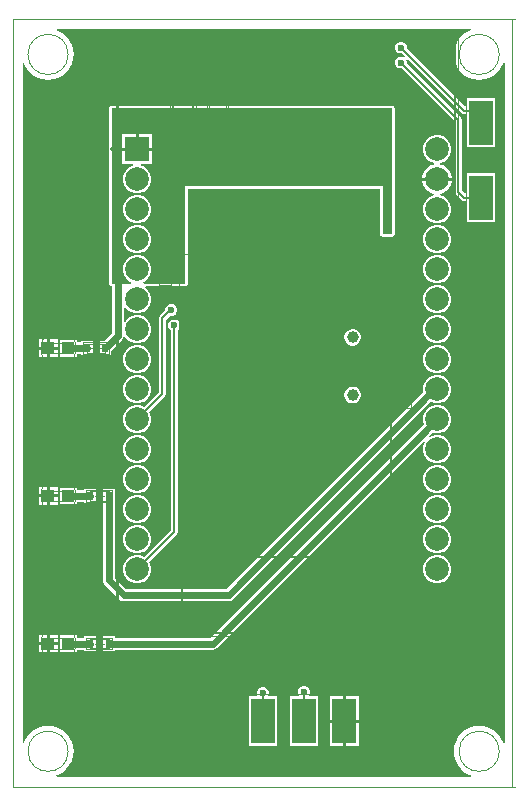
<source format=gtl>
G04*
G04 #@! TF.GenerationSoftware,Altium Limited,Altium Designer,21.0.9 (235)*
G04*
G04 Layer_Physical_Order=1*
G04 Layer_Color=255*
%FSLAX25Y25*%
%MOIN*%
G70*
G04*
G04 #@! TF.SameCoordinates,A9A079C1-7CC1-46CE-92A7-F05A66FF1BB4*
G04*
G04*
G04 #@! TF.FilePolarity,Positive*
G04*
G01*
G75*
%ADD10C,0.00787*%
%ADD12C,0.00500*%
%ADD13C,0.00050*%
%ADD14C,0.00000*%
%ADD15C,0.00394*%
%ADD16C,0.00800*%
%ADD17C,0.00400*%
%ADD18C,0.00197*%
%ADD19C,0.00201*%
%ADD20R,0.02362X0.03150*%
%ADD21R,0.07992X0.14961*%
%ADD22R,0.04331X0.03937*%
%ADD29C,0.00700*%
%ADD30C,0.02362*%
%ADD31C,0.07874*%
%ADD32C,0.03965*%
%ADD33R,0.07874X0.07874*%
%ADD34C,0.01800*%
%ADD35C,0.02362*%
G36*
X152709Y-3816D02*
X152257Y-3953D01*
X150786Y-4739D01*
X149497Y-5797D01*
X148440Y-7086D01*
X147654Y-8556D01*
X147170Y-10152D01*
X147006Y-11811D01*
X147170Y-13470D01*
X147654Y-15066D01*
X148440Y-16536D01*
X149497Y-17825D01*
X150786Y-18883D01*
X152257Y-19669D01*
X153852Y-20153D01*
X155512Y-20317D01*
X157171Y-20153D01*
X158767Y-19669D01*
X160237Y-18883D01*
X161526Y-17825D01*
X162584Y-16536D01*
X163370Y-15066D01*
X163507Y-14614D01*
X164007Y-14688D01*
X164007Y-241218D01*
X163507Y-241292D01*
X163370Y-240840D01*
X162584Y-239369D01*
X161526Y-238080D01*
X160237Y-237022D01*
X158767Y-236236D01*
X157171Y-235752D01*
X155512Y-235589D01*
X153852Y-235752D01*
X152257Y-236236D01*
X150786Y-237022D01*
X149497Y-238080D01*
X148440Y-239369D01*
X147654Y-240840D01*
X147170Y-242435D01*
X147006Y-244094D01*
X147170Y-245754D01*
X147654Y-247349D01*
X148440Y-248820D01*
X149497Y-250109D01*
X150786Y-251167D01*
X152257Y-251953D01*
X152709Y-252090D01*
X152635Y-252590D01*
X14688Y-252590D01*
X14614Y-252090D01*
X15066Y-251953D01*
X16536Y-251167D01*
X17825Y-250109D01*
X18883Y-248820D01*
X19669Y-247349D01*
X20153Y-245754D01*
X20317Y-244094D01*
X20153Y-242435D01*
X19669Y-240840D01*
X18883Y-239369D01*
X17825Y-238080D01*
X16536Y-237022D01*
X15066Y-236236D01*
X13470Y-235752D01*
X11811Y-235589D01*
X10152Y-235752D01*
X8556Y-236236D01*
X7086Y-237022D01*
X5797Y-238080D01*
X4739Y-239369D01*
X3953Y-240840D01*
X3816Y-241292D01*
X3316Y-241218D01*
X3316Y-14688D01*
X3816Y-14614D01*
X3953Y-15066D01*
X4739Y-16536D01*
X5797Y-17825D01*
X7086Y-18883D01*
X8556Y-19669D01*
X10152Y-20153D01*
X11811Y-20317D01*
X13470Y-20153D01*
X15066Y-19669D01*
X16536Y-18883D01*
X17825Y-17825D01*
X18883Y-16536D01*
X19669Y-15066D01*
X20153Y-13470D01*
X20317Y-11811D01*
X20153Y-10152D01*
X19669Y-8556D01*
X18883Y-7086D01*
X17825Y-5797D01*
X16536Y-4739D01*
X15066Y-3953D01*
X14614Y-3816D01*
X14688Y-3316D01*
X152635Y-3316D01*
X152709Y-3816D01*
D02*
G37*
%LPC*%
G36*
X129919Y-7559D02*
X129136D01*
X128413Y-7859D01*
X127859Y-8413D01*
X127559Y-9136D01*
Y-9919D01*
X127859Y-10643D01*
X128413Y-11197D01*
X129136Y-11496D01*
X129856D01*
X130675Y-12315D01*
X130391Y-12739D01*
X129892Y-12531D01*
X129108D01*
X128385Y-12831D01*
X127831Y-13385D01*
X127532Y-14108D01*
Y-14892D01*
X127831Y-15615D01*
X128385Y-16169D01*
X129108Y-16468D01*
X129829D01*
X147340Y-33980D01*
Y-57500D01*
X147429Y-57944D01*
X147680Y-58320D01*
X149680Y-60320D01*
X150056Y-60571D01*
X150500Y-60660D01*
X150500Y-60660D01*
X151216D01*
Y-67768D01*
X160784D01*
Y-51232D01*
X151216D01*
Y-57869D01*
X150716Y-58077D01*
X149660Y-57020D01*
Y-33500D01*
X149660Y-33500D01*
X149571Y-33056D01*
X149320Y-32680D01*
X131468Y-14829D01*
Y-14108D01*
X131262Y-13609D01*
X131685Y-13325D01*
X149680Y-31320D01*
X150056Y-31571D01*
X150500Y-31660D01*
X151216D01*
Y-42768D01*
X160784D01*
Y-26232D01*
X151216D01*
Y-28869D01*
X150716Y-29076D01*
X131496Y-9856D01*
Y-9136D01*
X131197Y-8413D01*
X130643Y-7859D01*
X129919Y-7559D01*
D02*
G37*
G36*
X142122Y-38693D02*
X140878D01*
X139676Y-39015D01*
X138599Y-39637D01*
X137720Y-40516D01*
X137098Y-41594D01*
X136776Y-42795D01*
Y-44039D01*
X137098Y-45241D01*
X137720Y-46318D01*
X138599Y-47198D01*
X139676Y-47820D01*
X140530Y-48048D01*
Y-48566D01*
X139594Y-48817D01*
X138469Y-49467D01*
X137549Y-50386D01*
X136899Y-51512D01*
X136563Y-52767D01*
Y-52917D01*
X146437D01*
Y-52767D01*
X146101Y-51512D01*
X145451Y-50386D01*
X144531Y-49467D01*
X143406Y-48817D01*
X142470Y-48566D01*
Y-48048D01*
X143324Y-47820D01*
X144401Y-47198D01*
X145281Y-46318D01*
X145902Y-45241D01*
X146224Y-44039D01*
Y-42795D01*
X145902Y-41594D01*
X145281Y-40516D01*
X144401Y-39637D01*
X143324Y-39015D01*
X142122Y-38693D01*
D02*
G37*
G36*
X146437Y-53917D02*
X136563D01*
Y-54067D01*
X136899Y-55323D01*
X137549Y-56449D01*
X138469Y-57368D01*
X139594Y-58018D01*
X140530Y-58269D01*
Y-58786D01*
X139676Y-59015D01*
X138599Y-59637D01*
X137720Y-60517D01*
X137098Y-61594D01*
X136776Y-62795D01*
Y-64039D01*
X137098Y-65241D01*
X137720Y-66318D01*
X138599Y-67198D01*
X139676Y-67820D01*
X140878Y-68142D01*
X142122D01*
X143324Y-67820D01*
X144401Y-67198D01*
X145281Y-66318D01*
X145902Y-65241D01*
X146224Y-64039D01*
Y-62795D01*
X145902Y-61594D01*
X145281Y-60517D01*
X144401Y-59637D01*
X143324Y-59015D01*
X142470Y-58786D01*
Y-58269D01*
X143406Y-58018D01*
X144531Y-57368D01*
X145451Y-56449D01*
X146101Y-55323D01*
X146437Y-54067D01*
Y-53917D01*
D02*
G37*
G36*
X126500Y-28894D02*
X33000D01*
X32693Y-28955D01*
X32432Y-29129D01*
X32258Y-29390D01*
X32197Y-29697D01*
Y-88197D01*
X32258Y-88504D01*
X32432Y-88765D01*
X32693Y-88939D01*
X32993Y-88998D01*
Y-104880D01*
X30476Y-107396D01*
X28984D01*
Y-109565D01*
X28946Y-109759D01*
X28984Y-109952D01*
Y-112121D01*
X32921D01*
Y-110628D01*
X36419Y-107131D01*
X36854Y-106479D01*
X36952Y-105989D01*
X37479Y-105902D01*
X37720Y-106318D01*
X38599Y-107198D01*
X39676Y-107820D01*
X40878Y-108142D01*
X42122D01*
X43324Y-107820D01*
X44401Y-107198D01*
X45281Y-106318D01*
X45902Y-105241D01*
X46224Y-104039D01*
Y-102795D01*
X45902Y-101594D01*
X45281Y-100516D01*
X44401Y-99637D01*
X43324Y-99015D01*
X42122Y-98693D01*
X40878D01*
X39676Y-99015D01*
X38599Y-99637D01*
X37720Y-100516D01*
X37507Y-100884D01*
X37007Y-100751D01*
Y-96084D01*
X37507Y-95950D01*
X37720Y-96318D01*
X38599Y-97198D01*
X39676Y-97820D01*
X40878Y-98142D01*
X42122D01*
X43324Y-97820D01*
X44401Y-97198D01*
X45281Y-96318D01*
X45902Y-95241D01*
X46224Y-94039D01*
Y-92795D01*
X45902Y-91594D01*
X45281Y-90517D01*
X44401Y-89637D01*
X44163Y-89500D01*
X44297Y-89000D01*
X57500D01*
X57807Y-88939D01*
X58068Y-88765D01*
X58242Y-88504D01*
X58303Y-88197D01*
Y-56500D01*
X122520D01*
Y-66697D01*
Y-71697D01*
X122581Y-72004D01*
X122755Y-72264D01*
X123016Y-72439D01*
X123323Y-72500D01*
X126500D01*
X126807Y-72439D01*
X127068Y-72264D01*
X127242Y-72004D01*
X127303Y-71697D01*
Y-29697D01*
X127242Y-29390D01*
X127068Y-29129D01*
X126807Y-28955D01*
X126500Y-28894D01*
D02*
G37*
G36*
X142122Y-68693D02*
X140878D01*
X139676Y-69015D01*
X138599Y-69637D01*
X137720Y-70517D01*
X137098Y-71594D01*
X136776Y-72795D01*
Y-74039D01*
X137098Y-75241D01*
X137720Y-76318D01*
X138599Y-77198D01*
X139676Y-77820D01*
X140878Y-78142D01*
X142122D01*
X143324Y-77820D01*
X144401Y-77198D01*
X145281Y-76318D01*
X145902Y-75241D01*
X146224Y-74039D01*
Y-72795D01*
X145902Y-71594D01*
X145281Y-70517D01*
X144401Y-69637D01*
X143324Y-69015D01*
X142122Y-68693D01*
D02*
G37*
G36*
Y-78693D02*
X140878D01*
X139676Y-79015D01*
X138599Y-79637D01*
X137720Y-80516D01*
X137098Y-81594D01*
X136776Y-82795D01*
Y-84039D01*
X137098Y-85241D01*
X137720Y-86318D01*
X138599Y-87198D01*
X139676Y-87820D01*
X140878Y-88142D01*
X142122D01*
X143324Y-87820D01*
X144401Y-87198D01*
X145281Y-86318D01*
X145902Y-85241D01*
X146224Y-84039D01*
Y-82795D01*
X145902Y-81594D01*
X145281Y-80516D01*
X144401Y-79637D01*
X143324Y-79015D01*
X142122Y-78693D01*
D02*
G37*
G36*
Y-88693D02*
X140878D01*
X139676Y-89015D01*
X138599Y-89637D01*
X137720Y-90517D01*
X137098Y-91594D01*
X136776Y-92795D01*
Y-94039D01*
X137098Y-95241D01*
X137720Y-96318D01*
X138599Y-97198D01*
X139676Y-97820D01*
X140878Y-98142D01*
X142122D01*
X143324Y-97820D01*
X144401Y-97198D01*
X145281Y-96318D01*
X145902Y-95241D01*
X146224Y-94039D01*
Y-92795D01*
X145902Y-91594D01*
X145281Y-90517D01*
X144401Y-89637D01*
X143324Y-89015D01*
X142122Y-88693D01*
D02*
G37*
G36*
X53311Y-95131D02*
X52528D01*
X51805Y-95431D01*
X51251Y-95985D01*
X50951Y-96709D01*
Y-97045D01*
X49003Y-98994D01*
X48751Y-99370D01*
X48663Y-99814D01*
Y-124420D01*
X43796Y-129287D01*
X43324Y-129015D01*
X42122Y-128693D01*
X40878D01*
X39676Y-129015D01*
X38599Y-129637D01*
X37720Y-130517D01*
X37098Y-131594D01*
X36776Y-132795D01*
Y-134039D01*
X37098Y-135241D01*
X37720Y-136318D01*
X38599Y-137198D01*
X39676Y-137820D01*
X40878Y-138142D01*
X42122D01*
X43324Y-137820D01*
X44401Y-137198D01*
X45281Y-136318D01*
X45902Y-135241D01*
X46224Y-134039D01*
Y-132795D01*
X45902Y-131594D01*
X45488Y-130876D01*
X50643Y-125720D01*
X50894Y-125344D01*
X50982Y-124900D01*
Y-100294D01*
X52302Y-98975D01*
X52528Y-99068D01*
X53311D01*
X54035Y-98769D01*
X54589Y-98215D01*
X54888Y-97492D01*
Y-96709D01*
X54589Y-95985D01*
X54035Y-95431D01*
X53311Y-95131D01*
D02*
G37*
G36*
X142122Y-98693D02*
X140878D01*
X139676Y-99015D01*
X138599Y-99637D01*
X137720Y-100516D01*
X137098Y-101594D01*
X136776Y-102795D01*
Y-104039D01*
X137098Y-105241D01*
X137720Y-106318D01*
X138599Y-107198D01*
X139676Y-107820D01*
X140878Y-108142D01*
X142122D01*
X143324Y-107820D01*
X144401Y-107198D01*
X145281Y-106318D01*
X145902Y-105241D01*
X146224Y-104039D01*
Y-102795D01*
X145902Y-101594D01*
X145281Y-100516D01*
X144401Y-99637D01*
X143324Y-99015D01*
X142122Y-98693D01*
D02*
G37*
G36*
X113688Y-103321D02*
X112958D01*
X112254Y-103510D01*
X111622Y-103874D01*
X111107Y-104390D01*
X110742Y-105022D01*
X110553Y-105726D01*
Y-106455D01*
X110742Y-107160D01*
X111107Y-107791D01*
X111622Y-108307D01*
X112254Y-108671D01*
X112958Y-108860D01*
X113688D01*
X114392Y-108671D01*
X115024Y-108307D01*
X115539Y-107791D01*
X115904Y-107160D01*
X116093Y-106455D01*
Y-105726D01*
X115904Y-105022D01*
X115539Y-104390D01*
X115024Y-103874D01*
X114392Y-103510D01*
X113688Y-103321D01*
D02*
G37*
G36*
X15072Y-106790D02*
X12406D01*
Y-107868D01*
X13922D01*
Y-109259D01*
X15072D01*
Y-106790D01*
D02*
G37*
G36*
X11406D02*
X8741D01*
Y-109259D01*
X11406D01*
Y-106790D01*
D02*
G37*
G36*
X21552Y-107003D02*
X15646D01*
Y-112514D01*
X21552D01*
Y-111766D01*
X22685D01*
Y-112121D01*
X26622D01*
Y-109952D01*
X26661Y-109759D01*
X26622Y-109565D01*
Y-107396D01*
X22685D01*
Y-107752D01*
X21552D01*
Y-107003D01*
D02*
G37*
G36*
X15072Y-110259D02*
X13922D01*
Y-111613D01*
X12406D01*
Y-112727D01*
X15072D01*
Y-110259D01*
D02*
G37*
G36*
X11406D02*
X8741D01*
Y-112727D01*
X11406D01*
Y-110259D01*
D02*
G37*
G36*
X142122Y-108693D02*
X140878D01*
X139676Y-109015D01*
X138599Y-109637D01*
X137720Y-110517D01*
X137098Y-111594D01*
X136776Y-112795D01*
Y-114039D01*
X137098Y-115241D01*
X137720Y-116318D01*
X138599Y-117198D01*
X139676Y-117820D01*
X140878Y-118142D01*
X142122D01*
X143324Y-117820D01*
X144401Y-117198D01*
X145281Y-116318D01*
X145902Y-115241D01*
X146224Y-114039D01*
Y-112795D01*
X145902Y-111594D01*
X145281Y-110517D01*
X144401Y-109637D01*
X143324Y-109015D01*
X142122Y-108693D01*
D02*
G37*
G36*
X42122D02*
X40878D01*
X39676Y-109015D01*
X38599Y-109637D01*
X37720Y-110517D01*
X37098Y-111594D01*
X36776Y-112795D01*
Y-114039D01*
X37098Y-115241D01*
X37720Y-116318D01*
X38599Y-117198D01*
X39676Y-117820D01*
X40878Y-118142D01*
X42122D01*
X43324Y-117820D01*
X44401Y-117198D01*
X45281Y-116318D01*
X45902Y-115241D01*
X46224Y-114039D01*
Y-112795D01*
X45902Y-111594D01*
X45281Y-110517D01*
X44401Y-109637D01*
X43324Y-109015D01*
X42122Y-108693D01*
D02*
G37*
G36*
X113688Y-122534D02*
X112958D01*
X112254Y-122722D01*
X111622Y-123087D01*
X111107Y-123602D01*
X110742Y-124234D01*
X110553Y-124938D01*
Y-125668D01*
X110742Y-126372D01*
X111107Y-127004D01*
X111622Y-127520D01*
X112254Y-127884D01*
X112958Y-128073D01*
X113688D01*
X114392Y-127884D01*
X115024Y-127520D01*
X115539Y-127004D01*
X115904Y-126372D01*
X116093Y-125668D01*
Y-124938D01*
X115904Y-124234D01*
X115539Y-123602D01*
X115024Y-123087D01*
X114392Y-122722D01*
X113688Y-122534D01*
D02*
G37*
G36*
X142122Y-118693D02*
X140878D01*
X139676Y-119015D01*
X138599Y-119637D01*
X137720Y-120517D01*
X137098Y-121594D01*
X136776Y-122795D01*
Y-124039D01*
X136849Y-124313D01*
X71147Y-190015D01*
X37853D01*
X34043Y-186204D01*
Y-158980D01*
X34004Y-158786D01*
Y-156618D01*
X30067D01*
Y-158786D01*
X30028Y-158980D01*
Y-187035D01*
X30181Y-187803D01*
X30616Y-188455D01*
X35602Y-193441D01*
X36253Y-193876D01*
X37022Y-194029D01*
X71978D01*
X72746Y-193876D01*
X73398Y-193441D01*
X139259Y-127579D01*
X139676Y-127820D01*
X140878Y-128142D01*
X142122D01*
X143324Y-127820D01*
X144401Y-127198D01*
X145281Y-126318D01*
X145902Y-125241D01*
X146224Y-124039D01*
Y-122795D01*
X145902Y-121594D01*
X145281Y-120517D01*
X144401Y-119637D01*
X143324Y-119015D01*
X142122Y-118693D01*
D02*
G37*
G36*
X42122D02*
X40878D01*
X39676Y-119015D01*
X38599Y-119637D01*
X37720Y-120517D01*
X37098Y-121594D01*
X36776Y-122795D01*
Y-124039D01*
X37098Y-125241D01*
X37720Y-126318D01*
X38599Y-127198D01*
X39676Y-127820D01*
X40878Y-128142D01*
X42122D01*
X43324Y-127820D01*
X44401Y-127198D01*
X45281Y-126318D01*
X45902Y-125241D01*
X46224Y-124039D01*
Y-122795D01*
X45902Y-121594D01*
X45281Y-120517D01*
X44401Y-119637D01*
X43324Y-119015D01*
X42122Y-118693D01*
D02*
G37*
G36*
X142122Y-128693D02*
X140878D01*
X139676Y-129015D01*
X138599Y-129637D01*
X137720Y-130517D01*
X137098Y-131594D01*
X136776Y-132795D01*
Y-134039D01*
X137043Y-135036D01*
X65902Y-206177D01*
X34004D01*
Y-205822D01*
X30067D01*
Y-207990D01*
X30028Y-208184D01*
X30067Y-208378D01*
Y-210546D01*
X34004D01*
Y-210191D01*
X66733D01*
X67502Y-210038D01*
X68153Y-209603D01*
X137010Y-140746D01*
X137410Y-141053D01*
X137098Y-141594D01*
X136776Y-142795D01*
Y-144039D01*
X137098Y-145241D01*
X137720Y-146318D01*
X138599Y-147198D01*
X139676Y-147820D01*
X140878Y-148142D01*
X142122D01*
X143324Y-147820D01*
X144401Y-147198D01*
X145281Y-146318D01*
X145902Y-145241D01*
X146224Y-144039D01*
Y-142795D01*
X145902Y-141594D01*
X145281Y-140516D01*
X144401Y-139637D01*
X143324Y-139015D01*
X142122Y-138693D01*
X140878D01*
X139676Y-139015D01*
X139136Y-139327D01*
X138829Y-138927D01*
X139881Y-137875D01*
X140878Y-138142D01*
X142122D01*
X143324Y-137820D01*
X144401Y-137198D01*
X145281Y-136318D01*
X145902Y-135241D01*
X146224Y-134039D01*
Y-132795D01*
X145902Y-131594D01*
X145281Y-130517D01*
X144401Y-129637D01*
X143324Y-129015D01*
X142122Y-128693D01*
D02*
G37*
G36*
X42122Y-138693D02*
X40878D01*
X39676Y-139015D01*
X38599Y-139637D01*
X37720Y-140516D01*
X37098Y-141594D01*
X36776Y-142795D01*
Y-144039D01*
X37098Y-145241D01*
X37720Y-146318D01*
X38599Y-147198D01*
X39676Y-147820D01*
X40878Y-148142D01*
X42122D01*
X43324Y-147820D01*
X44401Y-147198D01*
X45281Y-146318D01*
X45902Y-145241D01*
X46224Y-144039D01*
Y-142795D01*
X45902Y-141594D01*
X45281Y-140516D01*
X44401Y-139637D01*
X43324Y-139015D01*
X42122Y-138693D01*
D02*
G37*
G36*
X142122Y-148693D02*
X140878D01*
X139676Y-149015D01*
X138599Y-149637D01*
X137720Y-150516D01*
X137098Y-151594D01*
X136776Y-152795D01*
Y-154039D01*
X137098Y-155241D01*
X137720Y-156318D01*
X138599Y-157198D01*
X139676Y-157820D01*
X140878Y-158142D01*
X142122D01*
X143324Y-157820D01*
X144401Y-157198D01*
X145281Y-156318D01*
X145902Y-155241D01*
X146224Y-154039D01*
Y-152795D01*
X145902Y-151594D01*
X145281Y-150516D01*
X144401Y-149637D01*
X143324Y-149015D01*
X142122Y-148693D01*
D02*
G37*
G36*
X42122D02*
X40878D01*
X39676Y-149015D01*
X38599Y-149637D01*
X37720Y-150516D01*
X37098Y-151594D01*
X36776Y-152795D01*
Y-154039D01*
X37098Y-155241D01*
X37720Y-156318D01*
X38599Y-157198D01*
X39676Y-157820D01*
X40878Y-158142D01*
X42122D01*
X43324Y-157820D01*
X44401Y-157198D01*
X45281Y-156318D01*
X45902Y-155241D01*
X46224Y-154039D01*
Y-152795D01*
X45902Y-151594D01*
X45281Y-150516D01*
X44401Y-149637D01*
X43324Y-149015D01*
X42122Y-148693D01*
D02*
G37*
G36*
X15089Y-156003D02*
X12424D01*
Y-157081D01*
X13939D01*
Y-158471D01*
X15089D01*
Y-156003D01*
D02*
G37*
G36*
X11424D02*
X8759D01*
Y-158471D01*
X11424D01*
Y-156003D01*
D02*
G37*
G36*
X21570Y-156215D02*
X15664D01*
Y-161727D01*
X21570D01*
Y-160978D01*
X23768D01*
Y-161343D01*
X27705D01*
Y-159174D01*
X27743Y-158980D01*
Y-158971D01*
X27705Y-158777D01*
Y-156618D01*
X23768D01*
Y-156964D01*
X21570D01*
Y-156215D01*
D02*
G37*
G36*
X15089Y-159471D02*
X13939D01*
Y-160826D01*
X12424D01*
Y-161940D01*
X15089D01*
Y-159471D01*
D02*
G37*
G36*
X11424D02*
X8759D01*
Y-161940D01*
X11424D01*
Y-159471D01*
D02*
G37*
G36*
X142122Y-158693D02*
X140878D01*
X139676Y-159015D01*
X138599Y-159637D01*
X137720Y-160517D01*
X137098Y-161594D01*
X136776Y-162795D01*
Y-164039D01*
X137098Y-165241D01*
X137720Y-166318D01*
X138599Y-167198D01*
X139676Y-167820D01*
X140878Y-168142D01*
X142122D01*
X143324Y-167820D01*
X144401Y-167198D01*
X145281Y-166318D01*
X145902Y-165241D01*
X146224Y-164039D01*
Y-162795D01*
X145902Y-161594D01*
X145281Y-160517D01*
X144401Y-159637D01*
X143324Y-159015D01*
X142122Y-158693D01*
D02*
G37*
G36*
X42122D02*
X40878D01*
X39676Y-159015D01*
X38599Y-159637D01*
X37720Y-160517D01*
X37098Y-161594D01*
X36776Y-162795D01*
Y-164039D01*
X37098Y-165241D01*
X37720Y-166318D01*
X38599Y-167198D01*
X39676Y-167820D01*
X40878Y-168142D01*
X42122D01*
X43324Y-167820D01*
X44401Y-167198D01*
X45281Y-166318D01*
X45902Y-165241D01*
X46224Y-164039D01*
Y-162795D01*
X45902Y-161594D01*
X45281Y-160517D01*
X44401Y-159637D01*
X43324Y-159015D01*
X42122Y-158693D01*
D02*
G37*
G36*
X142122Y-168693D02*
X140878D01*
X139676Y-169015D01*
X138599Y-169637D01*
X137720Y-170517D01*
X137098Y-171594D01*
X136776Y-172795D01*
Y-174039D01*
X137098Y-175241D01*
X137720Y-176318D01*
X138599Y-177198D01*
X139676Y-177820D01*
X140878Y-178142D01*
X142122D01*
X143324Y-177820D01*
X144401Y-177198D01*
X145281Y-176318D01*
X145902Y-175241D01*
X146224Y-174039D01*
Y-172795D01*
X145902Y-171594D01*
X145281Y-170517D01*
X144401Y-169637D01*
X143324Y-169015D01*
X142122Y-168693D01*
D02*
G37*
G36*
X42122D02*
X40878D01*
X39676Y-169015D01*
X38599Y-169637D01*
X37720Y-170517D01*
X37098Y-171594D01*
X36776Y-172795D01*
Y-174039D01*
X37098Y-175241D01*
X37720Y-176318D01*
X38599Y-177198D01*
X39676Y-177820D01*
X40878Y-178142D01*
X42122D01*
X43324Y-177820D01*
X44401Y-177198D01*
X45281Y-176318D01*
X45902Y-175241D01*
X46224Y-174039D01*
Y-172795D01*
X45902Y-171594D01*
X45281Y-170517D01*
X44401Y-169637D01*
X43324Y-169015D01*
X42122Y-168693D01*
D02*
G37*
G36*
X54264Y-100178D02*
X53481D01*
X52758Y-100478D01*
X52204Y-101032D01*
X51904Y-101755D01*
Y-102538D01*
X52204Y-103262D01*
X52713Y-103771D01*
Y-170370D01*
X43796Y-179287D01*
X43324Y-179015D01*
X42122Y-178693D01*
X40878D01*
X39676Y-179015D01*
X38599Y-179637D01*
X37720Y-180517D01*
X37098Y-181594D01*
X36776Y-182795D01*
Y-184039D01*
X37098Y-185241D01*
X37720Y-186318D01*
X38599Y-187198D01*
X39676Y-187820D01*
X40878Y-188142D01*
X42122D01*
X43324Y-187820D01*
X44401Y-187198D01*
X45281Y-186318D01*
X45902Y-185241D01*
X46224Y-184039D01*
Y-182795D01*
X45902Y-181594D01*
X45488Y-180876D01*
X54693Y-171670D01*
X54693Y-171670D01*
X54944Y-171294D01*
X55032Y-170850D01*
Y-103771D01*
X55542Y-103262D01*
X55841Y-102538D01*
Y-101755D01*
X55542Y-101032D01*
X54988Y-100478D01*
X54264Y-100178D01*
D02*
G37*
G36*
X142122Y-178693D02*
X140878D01*
X139676Y-179015D01*
X138599Y-179637D01*
X137720Y-180517D01*
X137098Y-181594D01*
X136776Y-182795D01*
Y-184039D01*
X137098Y-185241D01*
X137720Y-186318D01*
X138599Y-187198D01*
X139676Y-187820D01*
X140878Y-188142D01*
X142122D01*
X143324Y-187820D01*
X144401Y-187198D01*
X145281Y-186318D01*
X145902Y-185241D01*
X146224Y-184039D01*
Y-182795D01*
X145902Y-181594D01*
X145281Y-180517D01*
X144401Y-179637D01*
X143324Y-179015D01*
X142122Y-178693D01*
D02*
G37*
G36*
X15082Y-205215D02*
X12417D01*
Y-206294D01*
X13932D01*
Y-207684D01*
X15082D01*
Y-205215D01*
D02*
G37*
G36*
X11417D02*
X8751D01*
Y-207684D01*
X11417D01*
Y-205215D01*
D02*
G37*
G36*
X21562Y-205428D02*
X15657D01*
Y-210940D01*
X21562D01*
Y-210191D01*
X23768D01*
Y-210546D01*
X27705D01*
Y-208378D01*
X27743Y-208184D01*
X27705Y-207990D01*
Y-205822D01*
X23768D01*
Y-206177D01*
X21562D01*
Y-205428D01*
D02*
G37*
G36*
X15082Y-208684D02*
X13932D01*
Y-210038D01*
X12417D01*
Y-211152D01*
X15082D01*
Y-208684D01*
D02*
G37*
G36*
X11417D02*
X8751D01*
Y-211152D01*
X11417D01*
Y-208684D01*
D02*
G37*
G36*
X115496Y-225520D02*
X111000D01*
Y-233500D01*
X115496D01*
Y-225520D01*
D02*
G37*
G36*
X110000D02*
X105504D01*
Y-233500D01*
X110000D01*
Y-225520D01*
D02*
G37*
G36*
X97540Y-222309D02*
X96757D01*
X96033Y-222609D01*
X95479Y-223163D01*
X95180Y-223886D01*
Y-224670D01*
X95413Y-225232D01*
X95165Y-225732D01*
X92216D01*
Y-242268D01*
X101784D01*
Y-225732D01*
X99131D01*
X98884Y-225232D01*
X99117Y-224670D01*
Y-223886D01*
X98817Y-223163D01*
X98263Y-222609D01*
X97540Y-222309D01*
D02*
G37*
G36*
X83781Y-222685D02*
X82998D01*
X82275Y-222985D01*
X81721Y-223539D01*
X81421Y-224262D01*
Y-225045D01*
X81534Y-225317D01*
X81256Y-225732D01*
X78716D01*
Y-242268D01*
X88283D01*
Y-225732D01*
X85524D01*
X85246Y-225317D01*
X85358Y-225045D01*
Y-224262D01*
X85059Y-223539D01*
X84505Y-222985D01*
X83781Y-222685D01*
D02*
G37*
G36*
X115496Y-234500D02*
X111000D01*
Y-242480D01*
X115496D01*
Y-234500D01*
D02*
G37*
G36*
X110000D02*
X105504D01*
Y-242480D01*
X110000D01*
Y-234500D01*
D02*
G37*
%LPD*%
G36*
X126500Y-71697D02*
X123323D01*
Y-66697D01*
Y-55697D01*
X57500D01*
Y-88197D01*
X43670D01*
X43536Y-87697D01*
X44401Y-87198D01*
X45281Y-86318D01*
X45902Y-85241D01*
X46224Y-84039D01*
Y-82795D01*
X45902Y-81594D01*
X45281Y-80516D01*
X44401Y-79637D01*
X43324Y-79015D01*
X42122Y-78693D01*
X40878D01*
X39676Y-79015D01*
X38599Y-79637D01*
X37720Y-80516D01*
X37098Y-81594D01*
X36776Y-82795D01*
Y-84039D01*
X37098Y-85241D01*
X37720Y-86318D01*
X38599Y-87198D01*
X39463Y-87697D01*
X39330Y-88197D01*
X33000D01*
Y-29697D01*
X126500D01*
Y-71697D01*
D02*
G37*
%LPC*%
G36*
X46437Y-38480D02*
X42000D01*
Y-42917D01*
X46437D01*
Y-38480D01*
D02*
G37*
G36*
X41000D02*
X36563D01*
Y-42917D01*
X41000D01*
Y-38480D01*
D02*
G37*
G36*
X46437Y-43917D02*
X36563D01*
Y-48354D01*
X40210D01*
X40276Y-48854D01*
X39676Y-49015D01*
X38599Y-49637D01*
X37720Y-50516D01*
X37098Y-51594D01*
X36776Y-52795D01*
Y-54039D01*
X37098Y-55241D01*
X37720Y-56318D01*
X38599Y-57198D01*
X39676Y-57820D01*
X40878Y-58142D01*
X42122D01*
X43324Y-57820D01*
X44401Y-57198D01*
X45281Y-56318D01*
X45902Y-55241D01*
X46224Y-54039D01*
Y-52795D01*
X45902Y-51594D01*
X45281Y-50516D01*
X44401Y-49637D01*
X43324Y-49015D01*
X42724Y-48854D01*
X42790Y-48354D01*
X46437D01*
Y-43917D01*
D02*
G37*
G36*
X42122Y-58693D02*
X40878D01*
X39676Y-59015D01*
X38599Y-59637D01*
X37720Y-60517D01*
X37098Y-61594D01*
X36776Y-62795D01*
Y-64039D01*
X37098Y-65241D01*
X37720Y-66318D01*
X38599Y-67198D01*
X39676Y-67820D01*
X40878Y-68142D01*
X42122D01*
X43324Y-67820D01*
X44401Y-67198D01*
X45281Y-66318D01*
X45902Y-65241D01*
X46224Y-64039D01*
Y-62795D01*
X45902Y-61594D01*
X45281Y-60517D01*
X44401Y-59637D01*
X43324Y-59015D01*
X42122Y-58693D01*
D02*
G37*
G36*
Y-68693D02*
X40878D01*
X39676Y-69015D01*
X38599Y-69637D01*
X37720Y-70517D01*
X37098Y-71594D01*
X36776Y-72795D01*
Y-74039D01*
X37098Y-75241D01*
X37720Y-76318D01*
X38599Y-77198D01*
X39676Y-77820D01*
X40878Y-78142D01*
X42122D01*
X43324Y-77820D01*
X44401Y-77198D01*
X45281Y-76318D01*
X45902Y-75241D01*
X46224Y-74039D01*
Y-72795D01*
X45902Y-71594D01*
X45281Y-70517D01*
X44401Y-69637D01*
X43324Y-69015D01*
X42122Y-68693D01*
D02*
G37*
%LPD*%
G36*
X18522Y-111612D02*
X16555D01*
Y-107868D01*
X18522D01*
Y-111612D01*
D02*
G37*
G36*
X18539Y-160825D02*
X16573D01*
Y-157081D01*
X18539D01*
Y-160825D01*
D02*
G37*
G36*
X18532Y-210037D02*
X16566D01*
Y-206294D01*
X18532D01*
Y-210037D01*
D02*
G37*
D10*
X33429Y-43417D02*
G03*
X33429Y-43417I-394J0D01*
G01*
X104383Y-79735D02*
G03*
X104383Y-79735I-394J0D01*
G01*
D12*
X103480Y-128492D02*
G03*
X113323Y-138335I9843J0D01*
G01*
D02*
G03*
X123165Y-128492I0J9843D01*
G01*
X113323Y-93059D02*
G03*
X103480Y-102902I0J-9843D01*
G01*
X123165D02*
G03*
X113323Y-93059I-9843J0D01*
G01*
X53476Y-21165D02*
X60169D01*
X53476Y-33999D02*
Y-21165D01*
Y-33999D02*
X60169D01*
Y-21165D01*
X103480Y-128492D02*
Y-102902D01*
X123165Y-128492D02*
Y-102902D01*
X35280Y-4205D02*
X78858D01*
X105280D01*
X147524D01*
X35280Y-204795D02*
Y-4205D01*
X147524Y-204795D02*
Y-4205D01*
X35280Y-204795D02*
X56421D01*
X126067D01*
X147524D01*
X56421D02*
Y-179244D01*
Y-129520D01*
X126067D01*
Y-179244D02*
Y-129520D01*
Y-204795D02*
Y-179244D01*
X56421D02*
X126067D01*
X105280Y-19520D02*
Y-4205D01*
X78858Y-19520D02*
X105280D01*
X78858D02*
Y-4205D01*
X63360Y-125030D02*
Y-79164D01*
X93281Y-125030D02*
Y-79164D01*
X63360Y-125030D02*
X93281D01*
X63360Y-79164D02*
X93281D01*
D13*
X162205Y-244094D02*
G03*
X162205Y-244094I-6693J0D01*
G01*
X18504Y-11811D02*
G03*
X18504Y-11811I-6693J0D01*
G01*
X21176Y-109759D02*
G03*
X21176Y-109759I-5906J0D01*
G01*
X162205Y-11811D02*
G03*
X162205Y-11811I-6693J0D01*
G01*
X18504Y-244094D02*
G03*
X18504Y-244094I-6693J0D01*
G01*
X21176Y-158971D02*
G03*
X21176Y-158971I-5906J0D01*
G01*
Y-208184D02*
G03*
X21176Y-208184I-5906J0D01*
G01*
X0Y-255906D02*
X167323D01*
X0Y0D02*
X167323D01*
X166323Y-255906D02*
Y0D01*
X0Y-255906D02*
Y0D01*
Y-255906D02*
Y-98425D01*
D14*
X115200Y-74400D02*
X120800D01*
Y-76900D02*
Y-74400D01*
X115200Y-76900D02*
Y-74400D01*
Y-71000D02*
X120800D01*
X115200D02*
Y-68500D01*
X120800Y-71000D02*
Y-68500D01*
X115200Y-74400D02*
Y-71000D01*
Y-68500D02*
X120800D01*
Y-74400D02*
Y-71000D01*
X115200Y-76900D02*
X120800D01*
X126523Y-109897D02*
X132123D01*
Y-112397D02*
Y-109897D01*
X126523Y-112397D02*
Y-109897D01*
Y-106497D02*
X132123D01*
X126523D02*
Y-103997D01*
X132123Y-106497D02*
Y-103997D01*
X126523Y-109897D02*
Y-106497D01*
Y-103997D02*
X132123D01*
Y-109897D02*
Y-106497D01*
X126523Y-112397D02*
X132123D01*
X126523Y-121497D02*
X132123D01*
X126523D02*
Y-118997D01*
X132123Y-121497D02*
Y-118997D01*
X126523Y-124897D02*
X132123D01*
Y-127397D02*
Y-124897D01*
X126523Y-127397D02*
Y-124897D01*
X132123D02*
Y-121497D01*
X126523Y-127397D02*
X132123D01*
X126523Y-124897D02*
Y-121497D01*
Y-118997D02*
X132123D01*
X65523Y-27997D02*
X71123D01*
X65523D02*
Y-25497D01*
X71123Y-27997D02*
Y-25497D01*
X65523Y-31397D02*
X71123D01*
Y-33897D02*
Y-31397D01*
X65523Y-33897D02*
Y-31397D01*
X71123D02*
Y-27997D01*
X65523Y-33897D02*
X71123D01*
X65523Y-31397D02*
Y-27997D01*
Y-25497D02*
X71123D01*
D15*
X24654Y-111333D02*
X30953D01*
X24654Y-108184D02*
X30953D01*
Y-111333D02*
Y-108184D01*
X24654Y-111333D02*
Y-108184D01*
X25736Y-160555D02*
X32035D01*
X25736Y-157405D02*
X32035D01*
Y-160555D02*
Y-157405D01*
X25736Y-160555D02*
Y-157405D01*
Y-209759D02*
X32035D01*
X25736Y-206609D02*
X32035D01*
Y-209759D02*
Y-206609D01*
X25736Y-209759D02*
Y-206609D01*
X49248Y-87347D02*
Y-81047D01*
X52398Y-87347D02*
Y-81047D01*
X49248D02*
X52398D01*
X49248Y-87347D02*
X52398D01*
X27803Y-111333D02*
Y-108184D01*
X26228Y-109759D02*
X29378D01*
X28886Y-160555D02*
Y-157405D01*
X27311Y-158980D02*
X30461D01*
X28886Y-209759D02*
Y-206609D01*
X27311Y-208184D02*
X30461D01*
X49248Y-84197D02*
X52398D01*
X50823Y-85772D02*
Y-82622D01*
D16*
X91273Y-76046D02*
Y-57148D01*
X78281Y-76046D02*
Y-57148D01*
X91273D01*
X93241D01*
Y-76046D02*
Y-57148D01*
X91273Y-76046D02*
X93241D01*
X78281D02*
X91273D01*
D17*
X13851Y-111408D02*
X16654D01*
X13851Y-108058D02*
X16654D01*
X13862Y-209833D02*
X16665D01*
X13862Y-206483D02*
X16665D01*
X13869Y-160621D02*
X16672D01*
X13869Y-157270D02*
X16672D01*
D18*
X102496Y-128492D02*
G03*
X113323Y-139319I10827J0D01*
G01*
D02*
G03*
X124150Y-128492I0J10827D01*
G01*
X113323Y-92075D02*
G03*
X102496Y-102902I0J-10827D01*
G01*
X124150D02*
G03*
X113323Y-92075I-10827J0D01*
G01*
X23472Y-111727D02*
X32134D01*
X23472Y-107790D02*
X32134D01*
Y-111727D02*
Y-107790D01*
X23472Y-111727D02*
Y-107790D01*
X24555Y-160949D02*
X33217D01*
X24555Y-157012D02*
X33217D01*
Y-160949D02*
Y-157012D01*
X24555Y-160949D02*
Y-157012D01*
Y-210152D02*
X33217D01*
X24555Y-206215D02*
X33217D01*
Y-210152D02*
Y-206215D01*
X24555Y-210152D02*
Y-206215D01*
X52445Y-18783D02*
X61201D01*
X52445Y-36381D02*
Y-18783D01*
Y-36381D02*
X61201D01*
Y-18783D01*
X102496Y-128492D02*
Y-102902D01*
X124150Y-128492D02*
Y-102902D01*
X151079Y-25642D02*
X160921D01*
Y-43358D02*
Y-25642D01*
X151079Y-43358D02*
X160921D01*
X151079D02*
Y-25642D01*
Y-50642D02*
X160921D01*
Y-68358D02*
Y-50642D01*
X151079Y-68358D02*
X160921D01*
X151079D02*
Y-50642D01*
X105579Y-242858D02*
X115421D01*
Y-225142D01*
X105579D02*
X115421D01*
X105579Y-242858D02*
Y-225142D01*
X92079Y-242858D02*
X101921D01*
Y-225142D01*
X92079D02*
X101921D01*
X92079Y-242858D02*
Y-225142D01*
X78579Y-242858D02*
X88421D01*
Y-225142D01*
X78579D02*
X88421D01*
X78579Y-242858D02*
Y-225142D01*
X34295Y-205780D02*
Y-3221D01*
Y-205780D02*
X148508D01*
Y-3221D01*
X34295D02*
X148508D01*
X55427Y-126014D02*
Y-78180D01*
X101214Y-126014D02*
Y-78180D01*
X55427Y-126014D02*
X101214D01*
X55427Y-78180D02*
X101214D01*
X48854Y-88528D02*
Y-79866D01*
X52791Y-88528D02*
Y-79866D01*
X48854D02*
X52791D01*
X48854Y-88528D02*
X52791D01*
D19*
X114496Y-66086D02*
X121622D01*
X114496Y-79275D02*
X121622D01*
X114496D02*
Y-66086D01*
X121622Y-79275D02*
Y-66086D01*
X125819Y-101583D02*
X132945D01*
X125819Y-114772D02*
X132945D01*
X125819D02*
Y-101583D01*
X132945Y-114772D02*
Y-101583D01*
X125701Y-129811D02*
X132827D01*
X125701Y-116622D02*
X132827D01*
Y-129811D02*
Y-116622D01*
X125701Y-129811D02*
Y-116622D01*
X64701Y-36311D02*
X71827D01*
X64701Y-23122D02*
X71827D01*
Y-36311D02*
Y-23122D01*
X64701Y-36311D02*
Y-23122D01*
D20*
X24654Y-109759D02*
D03*
X30953D02*
D03*
X25736Y-158980D02*
D03*
X32035D02*
D03*
X25736Y-208184D02*
D03*
X32035D02*
D03*
D21*
X156000Y-34500D02*
D03*
Y-59500D02*
D03*
X110500Y-234000D02*
D03*
X97000D02*
D03*
X83500D02*
D03*
D22*
X18599Y-109759D02*
D03*
X11906D02*
D03*
X18610Y-208184D02*
D03*
X11917D02*
D03*
X18617Y-158971D02*
D03*
X11924D02*
D03*
D29*
X53873Y-170850D02*
Y-102147D01*
X41450Y-183273D02*
X53873Y-170850D01*
X49823Y-124900D02*
Y-99814D01*
X52536Y-97100D02*
X52920D01*
X49823Y-99814D02*
X52536Y-97100D01*
X41450Y-133273D02*
X49823Y-124900D01*
X83390Y-233890D02*
X83500Y-234000D01*
X83390Y-233890D02*
Y-224654D01*
X97148Y-233852D02*
Y-224278D01*
X97000Y-234000D02*
X97148Y-233852D01*
X129528Y-9528D02*
X150500Y-30500D01*
X129500Y-14500D02*
X148500Y-33500D01*
X152354Y-30500D02*
X156000Y-34146D01*
Y-34500D02*
Y-34146D01*
X150500Y-30500D02*
X152354D01*
X148500Y-57500D02*
Y-33500D01*
Y-57500D02*
X150500Y-59500D01*
X156000D01*
D30*
X66733Y-208184D02*
X141500Y-133417D01*
X32035Y-208184D02*
X66733D01*
X140583Y-123417D02*
X141500D01*
X71978Y-192022D02*
X140583Y-123417D01*
X32035Y-187035D02*
X37022Y-192022D01*
X71978D01*
X32035Y-187035D02*
Y-158980D01*
X35000Y-105711D02*
Y-83114D01*
X30953Y-109759D02*
X35000Y-105711D01*
X18617Y-109759D02*
X24654D01*
X18617Y-208184D02*
X25736D01*
Y-158980D02*
Y-158971D01*
X18617D02*
X25736D01*
D31*
X141500Y-123417D02*
D03*
Y-133417D02*
D03*
X41500Y-53417D02*
D03*
Y-63417D02*
D03*
Y-73417D02*
D03*
Y-83417D02*
D03*
Y-93417D02*
D03*
Y-103417D02*
D03*
Y-113417D02*
D03*
Y-123417D02*
D03*
Y-133417D02*
D03*
Y-143417D02*
D03*
Y-153417D02*
D03*
Y-163417D02*
D03*
Y-173417D02*
D03*
Y-183417D02*
D03*
X141500Y-43417D02*
D03*
Y-53417D02*
D03*
Y-63417D02*
D03*
Y-73417D02*
D03*
Y-83417D02*
D03*
Y-93417D02*
D03*
Y-103417D02*
D03*
Y-113417D02*
D03*
Y-143417D02*
D03*
Y-153417D02*
D03*
Y-163417D02*
D03*
Y-173417D02*
D03*
Y-183417D02*
D03*
D32*
X113323Y-106091D02*
D03*
Y-125303D02*
D03*
D33*
X41500Y-43417D02*
D03*
D34*
X161466Y-25356D02*
D03*
Y-45356D02*
D03*
X158966Y-70356D02*
D03*
X161466Y-75356D02*
D03*
X158966Y-80356D02*
D03*
X161466Y-85356D02*
D03*
X158966Y-90356D02*
D03*
X161466Y-95356D02*
D03*
X158966Y-100356D02*
D03*
X161466Y-105356D02*
D03*
X158966Y-110356D02*
D03*
X161466Y-115356D02*
D03*
X158966Y-120356D02*
D03*
X161466Y-125356D02*
D03*
X158966Y-130356D02*
D03*
X161466Y-135356D02*
D03*
X158966Y-140356D02*
D03*
X161466Y-145356D02*
D03*
X158966Y-150356D02*
D03*
X161466Y-155356D02*
D03*
X158966Y-160356D02*
D03*
X161466Y-165356D02*
D03*
X158966Y-170356D02*
D03*
X161466Y-175356D02*
D03*
X158966Y-180356D02*
D03*
X161466Y-185356D02*
D03*
X158966Y-190356D02*
D03*
X161466Y-195356D02*
D03*
X158966Y-200356D02*
D03*
X161466Y-205356D02*
D03*
X158966Y-210356D02*
D03*
X161466Y-215356D02*
D03*
X158966Y-220356D02*
D03*
X161466Y-225356D02*
D03*
X158966Y-230356D02*
D03*
X161466Y-235356D02*
D03*
X156466Y-45356D02*
D03*
X153966Y-70356D02*
D03*
X156466Y-75356D02*
D03*
X153966Y-80356D02*
D03*
X156466Y-85356D02*
D03*
X153966Y-90356D02*
D03*
X156466Y-95356D02*
D03*
X153966Y-100356D02*
D03*
X156466Y-105356D02*
D03*
X153966Y-110356D02*
D03*
X156466Y-115356D02*
D03*
X153966Y-120356D02*
D03*
X156466Y-125356D02*
D03*
X153966Y-130356D02*
D03*
X156466Y-135356D02*
D03*
X153966Y-140356D02*
D03*
X156466Y-145356D02*
D03*
X153966Y-150356D02*
D03*
X156466Y-155356D02*
D03*
X153966Y-160356D02*
D03*
X156466Y-165356D02*
D03*
X153966Y-170356D02*
D03*
X156466Y-175356D02*
D03*
X153966Y-180356D02*
D03*
X156466Y-185356D02*
D03*
X153966Y-190356D02*
D03*
X156466Y-195356D02*
D03*
X153966Y-200356D02*
D03*
X156466Y-205356D02*
D03*
X153966Y-210356D02*
D03*
X156466Y-215356D02*
D03*
X153966Y-220356D02*
D03*
X156466Y-225356D02*
D03*
X153966Y-230356D02*
D03*
X148966Y-20356D02*
D03*
X151466Y-45356D02*
D03*
X148966Y-70356D02*
D03*
X151466Y-75356D02*
D03*
X148966Y-80356D02*
D03*
X151466Y-85356D02*
D03*
X148966Y-90356D02*
D03*
X151466Y-95356D02*
D03*
X148966Y-100356D02*
D03*
X151466Y-105356D02*
D03*
X148966Y-110356D02*
D03*
X151466Y-115356D02*
D03*
X148966Y-120356D02*
D03*
X151466Y-125356D02*
D03*
X148966Y-130356D02*
D03*
X151466Y-135356D02*
D03*
X148966Y-140356D02*
D03*
X151466Y-145356D02*
D03*
X148966Y-150356D02*
D03*
X151466Y-155356D02*
D03*
X148966Y-160356D02*
D03*
X151466Y-165356D02*
D03*
X148966Y-170356D02*
D03*
X151466Y-175356D02*
D03*
X148966Y-180356D02*
D03*
X151466Y-185356D02*
D03*
X148966Y-190356D02*
D03*
X151466Y-195356D02*
D03*
X148966Y-200356D02*
D03*
X151466Y-205356D02*
D03*
X148966Y-210356D02*
D03*
X151466Y-215356D02*
D03*
X148966Y-220356D02*
D03*
X151466Y-225356D02*
D03*
X148966Y-230356D02*
D03*
X151466Y-235356D02*
D03*
X146466Y-5356D02*
D03*
X143966Y-10356D02*
D03*
X146466Y-15356D02*
D03*
X143966Y-20356D02*
D03*
Y-190356D02*
D03*
X146466Y-195356D02*
D03*
X143966Y-200356D02*
D03*
X146466Y-205356D02*
D03*
X143966Y-210356D02*
D03*
X146466Y-215356D02*
D03*
X143966Y-220356D02*
D03*
X146466Y-225356D02*
D03*
X143966Y-230356D02*
D03*
X146466Y-235356D02*
D03*
X143966Y-240356D02*
D03*
Y-250356D02*
D03*
X141466Y-5356D02*
D03*
X138966Y-10356D02*
D03*
X141466Y-15356D02*
D03*
X138966Y-30356D02*
D03*
X141466Y-35356D02*
D03*
X138966Y-190356D02*
D03*
X141466Y-195356D02*
D03*
X138966Y-200356D02*
D03*
X141466Y-205356D02*
D03*
X138966Y-210356D02*
D03*
X141466Y-215356D02*
D03*
X138966Y-220356D02*
D03*
X141466Y-225356D02*
D03*
X138966Y-230356D02*
D03*
X141466Y-235356D02*
D03*
X138966Y-240356D02*
D03*
X141466Y-245356D02*
D03*
X138966Y-250356D02*
D03*
X136466Y-5356D02*
D03*
X133966Y-10356D02*
D03*
X136466Y-25356D02*
D03*
X133966Y-30356D02*
D03*
X136466Y-35356D02*
D03*
X133966Y-40356D02*
D03*
Y-50356D02*
D03*
Y-60356D02*
D03*
Y-70356D02*
D03*
Y-80356D02*
D03*
Y-90356D02*
D03*
Y-100356D02*
D03*
Y-150356D02*
D03*
Y-160356D02*
D03*
Y-170356D02*
D03*
Y-180356D02*
D03*
Y-190356D02*
D03*
X136466Y-195356D02*
D03*
X133966Y-200356D02*
D03*
X136466Y-205356D02*
D03*
X133966Y-210356D02*
D03*
X136466Y-215356D02*
D03*
X133966Y-220356D02*
D03*
X136466Y-225356D02*
D03*
X133966Y-230356D02*
D03*
X136466Y-235356D02*
D03*
X133966Y-240356D02*
D03*
X136466Y-245356D02*
D03*
X133966Y-250356D02*
D03*
X131466Y-5356D02*
D03*
X128966Y-20356D02*
D03*
X131466Y-25356D02*
D03*
X128966Y-30356D02*
D03*
X131466Y-35356D02*
D03*
X128966Y-40356D02*
D03*
X131466Y-45356D02*
D03*
X128966Y-50356D02*
D03*
X131466Y-55356D02*
D03*
X128966Y-60356D02*
D03*
X131466Y-65356D02*
D03*
X128966Y-70356D02*
D03*
X131466Y-75356D02*
D03*
X128966Y-80356D02*
D03*
X131466Y-85356D02*
D03*
X128966Y-90356D02*
D03*
X131466Y-95356D02*
D03*
X128966Y-100356D02*
D03*
Y-140356D02*
D03*
Y-150356D02*
D03*
X131466Y-155356D02*
D03*
X128966Y-160356D02*
D03*
X131466Y-165356D02*
D03*
X128966Y-170356D02*
D03*
X131466Y-175356D02*
D03*
X128966Y-180356D02*
D03*
X131466Y-185356D02*
D03*
X128966Y-190356D02*
D03*
X131466Y-195356D02*
D03*
X128966Y-200356D02*
D03*
X131466Y-205356D02*
D03*
X128966Y-210356D02*
D03*
X131466Y-215356D02*
D03*
X128966Y-220356D02*
D03*
X131466Y-225356D02*
D03*
X128966Y-230356D02*
D03*
X131466Y-235356D02*
D03*
X128966Y-240356D02*
D03*
X131466Y-245356D02*
D03*
X128966Y-250356D02*
D03*
X126466Y-5356D02*
D03*
X123966Y-20356D02*
D03*
X126466Y-25356D02*
D03*
Y-75356D02*
D03*
X123966Y-80356D02*
D03*
X126466Y-85356D02*
D03*
X123966Y-90356D02*
D03*
X126466Y-95356D02*
D03*
X123966Y-100356D02*
D03*
Y-110356D02*
D03*
Y-120356D02*
D03*
Y-130356D02*
D03*
X126466Y-155356D02*
D03*
X123966Y-160356D02*
D03*
X126466Y-165356D02*
D03*
X123966Y-170356D02*
D03*
X126466Y-175356D02*
D03*
X123966Y-180356D02*
D03*
X126466Y-185356D02*
D03*
X123966Y-190356D02*
D03*
X126466Y-195356D02*
D03*
X123966Y-200356D02*
D03*
X126466Y-205356D02*
D03*
X123966Y-210356D02*
D03*
X126466Y-215356D02*
D03*
X123966Y-220356D02*
D03*
X126466Y-225356D02*
D03*
X123966Y-230356D02*
D03*
X126466Y-235356D02*
D03*
X123966Y-240356D02*
D03*
X126466Y-245356D02*
D03*
X123966Y-250356D02*
D03*
X121466Y-5356D02*
D03*
X118966Y-20356D02*
D03*
X121466Y-25356D02*
D03*
X118966Y-80356D02*
D03*
X121466Y-85356D02*
D03*
X118966Y-90356D02*
D03*
X121466Y-95356D02*
D03*
X118966Y-100356D02*
D03*
Y-110356D02*
D03*
X121466Y-115356D02*
D03*
X118966Y-120356D02*
D03*
Y-130356D02*
D03*
X121466Y-135356D02*
D03*
X118966Y-140356D02*
D03*
Y-150356D02*
D03*
Y-160356D02*
D03*
X121466Y-165356D02*
D03*
X118966Y-170356D02*
D03*
X121466Y-175356D02*
D03*
X118966Y-180356D02*
D03*
X121466Y-185356D02*
D03*
X118966Y-190356D02*
D03*
X121466Y-195356D02*
D03*
X118966Y-200356D02*
D03*
X121466Y-205356D02*
D03*
X118966Y-210356D02*
D03*
X121466Y-215356D02*
D03*
X118966Y-220356D02*
D03*
X121466Y-225356D02*
D03*
X118966Y-230356D02*
D03*
X121466Y-235356D02*
D03*
X118966Y-240356D02*
D03*
X121466Y-245356D02*
D03*
X118966Y-250356D02*
D03*
X116466Y-5356D02*
D03*
X113966Y-20356D02*
D03*
X116466Y-25356D02*
D03*
X113966Y-80356D02*
D03*
X116466Y-85356D02*
D03*
X113966Y-90356D02*
D03*
X116466Y-95356D02*
D03*
X113966Y-100356D02*
D03*
Y-110356D02*
D03*
X116466Y-115356D02*
D03*
X113966Y-120356D02*
D03*
Y-130356D02*
D03*
X116466Y-135356D02*
D03*
X113966Y-140356D02*
D03*
X116466Y-165356D02*
D03*
X113966Y-170356D02*
D03*
X116466Y-175356D02*
D03*
X113966Y-180356D02*
D03*
X116466Y-185356D02*
D03*
X113966Y-190356D02*
D03*
X116466Y-195356D02*
D03*
X113966Y-200356D02*
D03*
X116466Y-205356D02*
D03*
X113966Y-210356D02*
D03*
X116466Y-215356D02*
D03*
X113966Y-220356D02*
D03*
X116466Y-225356D02*
D03*
Y-235356D02*
D03*
Y-245356D02*
D03*
X113966Y-250356D02*
D03*
X111466Y-5356D02*
D03*
X108966Y-20356D02*
D03*
X111466Y-25356D02*
D03*
Y-75356D02*
D03*
Y-85356D02*
D03*
X108966Y-90356D02*
D03*
X111466Y-95356D02*
D03*
X108966Y-100356D02*
D03*
X111466Y-115356D02*
D03*
X108966Y-130356D02*
D03*
X111466Y-135356D02*
D03*
X108966Y-140356D02*
D03*
X111466Y-145356D02*
D03*
X108966Y-150356D02*
D03*
Y-160356D02*
D03*
Y-170356D02*
D03*
X111466Y-175356D02*
D03*
X108966Y-180356D02*
D03*
X111466Y-185356D02*
D03*
X108966Y-190356D02*
D03*
X111466Y-195356D02*
D03*
X108966Y-200356D02*
D03*
X111466Y-205356D02*
D03*
X108966Y-210356D02*
D03*
X111466Y-215356D02*
D03*
X108966Y-220356D02*
D03*
X111466Y-245356D02*
D03*
X108966Y-250356D02*
D03*
X106466Y-5356D02*
D03*
X103966Y-20356D02*
D03*
X106466Y-25356D02*
D03*
X103966Y-60356D02*
D03*
Y-90356D02*
D03*
X106466Y-95356D02*
D03*
X103966Y-100356D02*
D03*
X106466Y-105356D02*
D03*
Y-115356D02*
D03*
X103966Y-120356D02*
D03*
X106466Y-125356D02*
D03*
X103966Y-130356D02*
D03*
X106466Y-135356D02*
D03*
X103966Y-140356D02*
D03*
X106466Y-145356D02*
D03*
X103966Y-150356D02*
D03*
X106466Y-175356D02*
D03*
X103966Y-180356D02*
D03*
X106466Y-185356D02*
D03*
X103966Y-190356D02*
D03*
X106466Y-195356D02*
D03*
X103966Y-200356D02*
D03*
X106466Y-205356D02*
D03*
X103966Y-210356D02*
D03*
X106466Y-215356D02*
D03*
X103966Y-220356D02*
D03*
Y-230356D02*
D03*
Y-240356D02*
D03*
X106466Y-245356D02*
D03*
X103966Y-250356D02*
D03*
X101466Y-5356D02*
D03*
X98966Y-20356D02*
D03*
X101466Y-25356D02*
D03*
Y-125356D02*
D03*
X98966Y-130356D02*
D03*
X101466Y-135356D02*
D03*
X98966Y-140356D02*
D03*
X101466Y-145356D02*
D03*
X98966Y-150356D02*
D03*
X101466Y-155356D02*
D03*
X98966Y-160356D02*
D03*
Y-170356D02*
D03*
Y-180356D02*
D03*
X101466Y-185356D02*
D03*
X98966Y-190356D02*
D03*
X101466Y-195356D02*
D03*
X98966Y-200356D02*
D03*
X101466Y-205356D02*
D03*
X98966Y-210356D02*
D03*
X101466Y-215356D02*
D03*
X98966Y-220356D02*
D03*
X101466Y-245356D02*
D03*
X98966Y-250356D02*
D03*
X96466Y-5356D02*
D03*
X93966Y-20356D02*
D03*
X96466Y-25356D02*
D03*
Y-125356D02*
D03*
X93966Y-130356D02*
D03*
X96466Y-135356D02*
D03*
X93966Y-140356D02*
D03*
X96466Y-145356D02*
D03*
X93966Y-150356D02*
D03*
X96466Y-155356D02*
D03*
X93966Y-160356D02*
D03*
X96466Y-185356D02*
D03*
X93966Y-190356D02*
D03*
X96466Y-195356D02*
D03*
X93966Y-200356D02*
D03*
X96466Y-205356D02*
D03*
X93966Y-210356D02*
D03*
X96466Y-215356D02*
D03*
Y-245356D02*
D03*
X93966Y-250356D02*
D03*
X91466Y-5356D02*
D03*
X88966Y-20356D02*
D03*
X91466Y-25356D02*
D03*
X88966Y-70356D02*
D03*
X91466Y-75356D02*
D03*
X88966Y-90356D02*
D03*
Y-100356D02*
D03*
Y-110356D02*
D03*
Y-120356D02*
D03*
X91466Y-125356D02*
D03*
X88966Y-130356D02*
D03*
X91466Y-135356D02*
D03*
X88966Y-140356D02*
D03*
X91466Y-145356D02*
D03*
X88966Y-150356D02*
D03*
X91466Y-155356D02*
D03*
X88966Y-160356D02*
D03*
X91466Y-165356D02*
D03*
X88966Y-170356D02*
D03*
Y-180356D02*
D03*
Y-190356D02*
D03*
X91466Y-195356D02*
D03*
X88966Y-200356D02*
D03*
X91466Y-205356D02*
D03*
X88966Y-210356D02*
D03*
X91466Y-215356D02*
D03*
X88966Y-220356D02*
D03*
X91466Y-245356D02*
D03*
X88966Y-250356D02*
D03*
X86466Y-5356D02*
D03*
X83966Y-20356D02*
D03*
X86466Y-25356D02*
D03*
X83966Y-60356D02*
D03*
Y-70356D02*
D03*
Y-80356D02*
D03*
X86466Y-85356D02*
D03*
X83966Y-90356D02*
D03*
X86466Y-95356D02*
D03*
X83966Y-100356D02*
D03*
X86466Y-105356D02*
D03*
X83966Y-110356D02*
D03*
X86466Y-115356D02*
D03*
X83966Y-120356D02*
D03*
X86466Y-125356D02*
D03*
X83966Y-130356D02*
D03*
X86466Y-135356D02*
D03*
X83966Y-140356D02*
D03*
X86466Y-145356D02*
D03*
X83966Y-150356D02*
D03*
X86466Y-155356D02*
D03*
X83966Y-160356D02*
D03*
X86466Y-165356D02*
D03*
X83966Y-170356D02*
D03*
X86466Y-195356D02*
D03*
X83966Y-200356D02*
D03*
X86466Y-205356D02*
D03*
X83966Y-220356D02*
D03*
X86466Y-245356D02*
D03*
X83966Y-250356D02*
D03*
X81466Y-5356D02*
D03*
X78966Y-20356D02*
D03*
X81466Y-25356D02*
D03*
Y-65356D02*
D03*
X78966Y-80356D02*
D03*
Y-90356D02*
D03*
Y-100356D02*
D03*
Y-110356D02*
D03*
Y-120356D02*
D03*
Y-130356D02*
D03*
Y-140356D02*
D03*
Y-150356D02*
D03*
Y-160356D02*
D03*
Y-170356D02*
D03*
Y-180356D02*
D03*
Y-190356D02*
D03*
Y-200356D02*
D03*
Y-210356D02*
D03*
X81466Y-215356D02*
D03*
Y-245356D02*
D03*
X78966Y-250356D02*
D03*
X76466Y-5356D02*
D03*
X73966Y-20356D02*
D03*
X76466Y-25356D02*
D03*
X73966Y-80356D02*
D03*
X76466Y-85356D02*
D03*
X73966Y-90356D02*
D03*
X76466Y-95356D02*
D03*
X73966Y-100356D02*
D03*
X76466Y-105356D02*
D03*
X73966Y-110356D02*
D03*
X76466Y-115356D02*
D03*
X73966Y-120356D02*
D03*
X76466Y-125356D02*
D03*
X73966Y-130356D02*
D03*
X76466Y-135356D02*
D03*
X73966Y-140356D02*
D03*
X76466Y-145356D02*
D03*
X73966Y-150356D02*
D03*
X76466Y-155356D02*
D03*
X73966Y-160356D02*
D03*
X76466Y-165356D02*
D03*
X73966Y-170356D02*
D03*
X76466Y-175356D02*
D03*
X73966Y-180356D02*
D03*
X76466Y-205356D02*
D03*
X73966Y-210356D02*
D03*
Y-220356D02*
D03*
X76466Y-225356D02*
D03*
X73966Y-230356D02*
D03*
X76466Y-235356D02*
D03*
X73966Y-240356D02*
D03*
X76466Y-245356D02*
D03*
X73966Y-250356D02*
D03*
X71466Y-5356D02*
D03*
X68966Y-20356D02*
D03*
Y-60356D02*
D03*
X71466Y-85356D02*
D03*
Y-95356D02*
D03*
Y-105356D02*
D03*
Y-115356D02*
D03*
Y-125356D02*
D03*
Y-135356D02*
D03*
Y-145356D02*
D03*
Y-155356D02*
D03*
Y-165356D02*
D03*
Y-175356D02*
D03*
Y-185356D02*
D03*
Y-195356D02*
D03*
X68966Y-220356D02*
D03*
X71466Y-225356D02*
D03*
X68966Y-230356D02*
D03*
X71466Y-235356D02*
D03*
X68966Y-240356D02*
D03*
X71466Y-245356D02*
D03*
X68966Y-250356D02*
D03*
X66466Y-5356D02*
D03*
X63966Y-20356D02*
D03*
Y-60356D02*
D03*
X66466Y-65356D02*
D03*
X63966Y-70356D02*
D03*
Y-130356D02*
D03*
Y-140356D02*
D03*
Y-150356D02*
D03*
Y-160356D02*
D03*
Y-170356D02*
D03*
Y-180356D02*
D03*
Y-200356D02*
D03*
X66466Y-215356D02*
D03*
X63966Y-220356D02*
D03*
X66466Y-225356D02*
D03*
X63966Y-230356D02*
D03*
X66466Y-235356D02*
D03*
X63966Y-240356D02*
D03*
X66466Y-245356D02*
D03*
X63966Y-250356D02*
D03*
X61466Y-5356D02*
D03*
Y-65356D02*
D03*
Y-75356D02*
D03*
Y-125356D02*
D03*
X58966Y-130356D02*
D03*
X61466Y-135356D02*
D03*
X58966Y-140356D02*
D03*
X61466Y-145356D02*
D03*
X58966Y-150356D02*
D03*
X61466Y-155356D02*
D03*
X58966Y-160356D02*
D03*
X61466Y-165356D02*
D03*
X58966Y-170356D02*
D03*
X61466Y-175356D02*
D03*
X58966Y-180356D02*
D03*
X61466Y-185356D02*
D03*
Y-195356D02*
D03*
X58966Y-200356D02*
D03*
X61466Y-215356D02*
D03*
X58966Y-220356D02*
D03*
X61466Y-225356D02*
D03*
X58966Y-230356D02*
D03*
X61466Y-235356D02*
D03*
X58966Y-240356D02*
D03*
X61466Y-245356D02*
D03*
X58966Y-250356D02*
D03*
X56466Y-5356D02*
D03*
Y-125356D02*
D03*
Y-135356D02*
D03*
Y-145356D02*
D03*
Y-155356D02*
D03*
Y-165356D02*
D03*
Y-175356D02*
D03*
X53966Y-180356D02*
D03*
X56466Y-185356D02*
D03*
Y-195356D02*
D03*
X53966Y-200356D02*
D03*
X56466Y-215356D02*
D03*
X53966Y-220356D02*
D03*
X56466Y-225356D02*
D03*
X53966Y-230356D02*
D03*
X56466Y-235356D02*
D03*
X53966Y-240356D02*
D03*
X56466Y-245356D02*
D03*
X53966Y-250356D02*
D03*
X51466Y-5356D02*
D03*
X48966Y-20356D02*
D03*
X51466Y-25356D02*
D03*
X48966Y-90356D02*
D03*
Y-130356D02*
D03*
X51466Y-135356D02*
D03*
X48966Y-140356D02*
D03*
X51466Y-145356D02*
D03*
X48966Y-150356D02*
D03*
X51466Y-155356D02*
D03*
X48966Y-160356D02*
D03*
X51466Y-165356D02*
D03*
X48966Y-170356D02*
D03*
Y-180356D02*
D03*
X51466Y-185356D02*
D03*
Y-195356D02*
D03*
X48966Y-200356D02*
D03*
X51466Y-215356D02*
D03*
X48966Y-220356D02*
D03*
X51466Y-225356D02*
D03*
X48966Y-230356D02*
D03*
X51466Y-235356D02*
D03*
X48966Y-240356D02*
D03*
X51466Y-245356D02*
D03*
X48966Y-250356D02*
D03*
X46466Y-5356D02*
D03*
X43966Y-20356D02*
D03*
X46466Y-25356D02*
D03*
Y-195356D02*
D03*
X43966Y-200356D02*
D03*
X46466Y-215356D02*
D03*
X43966Y-220356D02*
D03*
X46466Y-225356D02*
D03*
X43966Y-230356D02*
D03*
X46466Y-235356D02*
D03*
X43966Y-240356D02*
D03*
X46466Y-245356D02*
D03*
X43966Y-250356D02*
D03*
X41466Y-5356D02*
D03*
X38966Y-20356D02*
D03*
X41466Y-25356D02*
D03*
Y-195356D02*
D03*
X38966Y-200356D02*
D03*
X41466Y-215356D02*
D03*
X38966Y-220356D02*
D03*
X41466Y-225356D02*
D03*
X38966Y-230356D02*
D03*
X41466Y-235356D02*
D03*
X38966Y-240356D02*
D03*
X41466Y-245356D02*
D03*
X38966Y-250356D02*
D03*
X36466Y-5356D02*
D03*
Y-25356D02*
D03*
X33966Y-120356D02*
D03*
Y-130356D02*
D03*
Y-140356D02*
D03*
Y-150356D02*
D03*
X36466Y-195356D02*
D03*
X33966Y-200356D02*
D03*
X36466Y-215356D02*
D03*
X33966Y-220356D02*
D03*
X36466Y-225356D02*
D03*
X33966Y-230356D02*
D03*
X36466Y-235356D02*
D03*
X33966Y-240356D02*
D03*
X36466Y-245356D02*
D03*
X33966Y-250356D02*
D03*
X31466Y-5356D02*
D03*
X28966Y-10356D02*
D03*
Y-140356D02*
D03*
X31466Y-145356D02*
D03*
X28966Y-150356D02*
D03*
X31466Y-155356D02*
D03*
X28966Y-170356D02*
D03*
Y-180356D02*
D03*
Y-190356D02*
D03*
X31466Y-195356D02*
D03*
X28966Y-200356D02*
D03*
Y-210356D02*
D03*
X31466Y-215356D02*
D03*
X28966Y-220356D02*
D03*
X31466Y-225356D02*
D03*
X28966Y-230356D02*
D03*
X31466Y-235356D02*
D03*
X28966Y-240356D02*
D03*
X31466Y-245356D02*
D03*
X28966Y-250356D02*
D03*
X26466Y-5356D02*
D03*
X23966Y-10356D02*
D03*
X26466Y-15356D02*
D03*
Y-165356D02*
D03*
X23966Y-170356D02*
D03*
X26466Y-175356D02*
D03*
X23966Y-180356D02*
D03*
X26466Y-185356D02*
D03*
X23966Y-190356D02*
D03*
X26466Y-195356D02*
D03*
X23966Y-200356D02*
D03*
X26466Y-215356D02*
D03*
X23966Y-220356D02*
D03*
X26466Y-225356D02*
D03*
X23966Y-230356D02*
D03*
X26466Y-235356D02*
D03*
X23966Y-240356D02*
D03*
X26466Y-245356D02*
D03*
X23966Y-250356D02*
D03*
X21466Y-5356D02*
D03*
Y-15356D02*
D03*
X18966Y-20356D02*
D03*
X21466Y-25356D02*
D03*
X18966Y-30356D02*
D03*
X21466Y-35356D02*
D03*
X18966Y-40356D02*
D03*
X21466Y-45356D02*
D03*
X18966Y-50356D02*
D03*
X21466Y-55356D02*
D03*
X18966Y-60356D02*
D03*
X21466Y-65356D02*
D03*
X18966Y-70356D02*
D03*
X21466Y-75356D02*
D03*
X18966Y-80356D02*
D03*
X21466Y-85356D02*
D03*
X18966Y-90356D02*
D03*
X21466Y-95356D02*
D03*
X18966Y-100356D02*
D03*
X21466Y-105356D02*
D03*
Y-115356D02*
D03*
X18966Y-120356D02*
D03*
X21466Y-125356D02*
D03*
X18966Y-130356D02*
D03*
X21466Y-135356D02*
D03*
X18966Y-140356D02*
D03*
X21466Y-145356D02*
D03*
X18966Y-150356D02*
D03*
X21466Y-165356D02*
D03*
X18966Y-170356D02*
D03*
X21466Y-175356D02*
D03*
X18966Y-180356D02*
D03*
X21466Y-185356D02*
D03*
X18966Y-190356D02*
D03*
X21466Y-195356D02*
D03*
X18966Y-200356D02*
D03*
X21466Y-215356D02*
D03*
X18966Y-220356D02*
D03*
X21466Y-225356D02*
D03*
X18966Y-230356D02*
D03*
X21466Y-235356D02*
D03*
Y-245356D02*
D03*
X16466Y-25356D02*
D03*
X13966Y-30356D02*
D03*
X16466Y-35356D02*
D03*
X13966Y-40356D02*
D03*
X16466Y-45356D02*
D03*
X13966Y-50356D02*
D03*
X16466Y-55356D02*
D03*
X13966Y-60356D02*
D03*
X16466Y-65356D02*
D03*
X13966Y-70356D02*
D03*
X16466Y-75356D02*
D03*
X13966Y-80356D02*
D03*
X16466Y-85356D02*
D03*
X13966Y-90356D02*
D03*
X16466Y-95356D02*
D03*
X13966Y-100356D02*
D03*
X16466Y-105356D02*
D03*
Y-115356D02*
D03*
X13966Y-120356D02*
D03*
X16466Y-125356D02*
D03*
X13966Y-130356D02*
D03*
X16466Y-135356D02*
D03*
X13966Y-140356D02*
D03*
X16466Y-145356D02*
D03*
X13966Y-150356D02*
D03*
X16466Y-165356D02*
D03*
X13966Y-170356D02*
D03*
X16466Y-175356D02*
D03*
X13966Y-180356D02*
D03*
X16466Y-185356D02*
D03*
X13966Y-190356D02*
D03*
X16466Y-195356D02*
D03*
X13966Y-200356D02*
D03*
X16466Y-215356D02*
D03*
X13966Y-220356D02*
D03*
X16466Y-225356D02*
D03*
X13966Y-230356D02*
D03*
X16466Y-235356D02*
D03*
X11466Y-25356D02*
D03*
X8966Y-30356D02*
D03*
X11466Y-35356D02*
D03*
X8966Y-40356D02*
D03*
X11466Y-45356D02*
D03*
X8966Y-50356D02*
D03*
X11466Y-55356D02*
D03*
X8966Y-60356D02*
D03*
X11466Y-65356D02*
D03*
X8966Y-70356D02*
D03*
X11466Y-75356D02*
D03*
X8966Y-80356D02*
D03*
X11466Y-85356D02*
D03*
X8966Y-90356D02*
D03*
X11466Y-95356D02*
D03*
X8966Y-100356D02*
D03*
X11466Y-105356D02*
D03*
Y-115356D02*
D03*
X8966Y-120356D02*
D03*
X11466Y-125356D02*
D03*
X8966Y-130356D02*
D03*
X11466Y-135356D02*
D03*
X8966Y-140356D02*
D03*
X11466Y-145356D02*
D03*
X8966Y-150356D02*
D03*
X11466Y-165356D02*
D03*
X8966Y-170356D02*
D03*
X11466Y-175356D02*
D03*
X8966Y-180356D02*
D03*
X11466Y-185356D02*
D03*
X8966Y-190356D02*
D03*
X11466Y-195356D02*
D03*
X8966Y-200356D02*
D03*
X11466Y-215356D02*
D03*
X8966Y-220356D02*
D03*
X11466Y-225356D02*
D03*
X8966Y-230356D02*
D03*
X6466Y-25356D02*
D03*
Y-35356D02*
D03*
Y-45356D02*
D03*
Y-55356D02*
D03*
Y-65356D02*
D03*
Y-75356D02*
D03*
Y-85356D02*
D03*
Y-95356D02*
D03*
Y-105356D02*
D03*
Y-115356D02*
D03*
Y-125356D02*
D03*
Y-135356D02*
D03*
Y-145356D02*
D03*
Y-155356D02*
D03*
Y-165356D02*
D03*
Y-175356D02*
D03*
Y-185356D02*
D03*
Y-195356D02*
D03*
Y-205356D02*
D03*
Y-215356D02*
D03*
Y-225356D02*
D03*
Y-235356D02*
D03*
D35*
X53873Y-102147D02*
D03*
X52920Y-97100D02*
D03*
X83390Y-224654D02*
D03*
X97148Y-224278D02*
D03*
X129528Y-9528D02*
D03*
X129500Y-14500D02*
D03*
X50823Y-77697D02*
D03*
M02*

</source>
